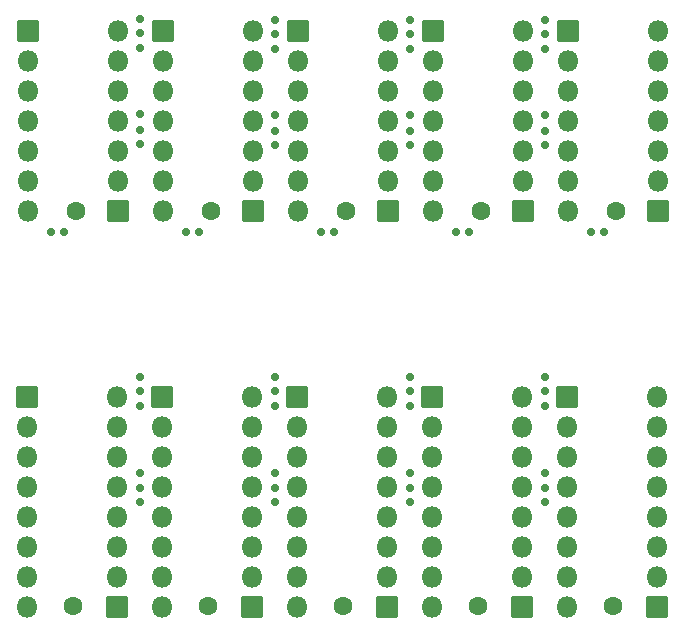
<source format=gbs>
G04 #@! TF.GenerationSoftware,KiCad,Pcbnew,7.0.9*
G04 #@! TF.CreationDate,2023-12-28T16:33:31-08:00*
G04 #@! TF.ProjectId,soic breakouts,736f6963-2062-4726-9561-6b6f7574732e,rev?*
G04 #@! TF.SameCoordinates,Original*
G04 #@! TF.FileFunction,Soldermask,Bot*
G04 #@! TF.FilePolarity,Negative*
%FSLAX46Y46*%
G04 Gerber Fmt 4.6, Leading zero omitted, Abs format (unit mm)*
G04 Created by KiCad (PCBNEW 7.0.9) date 2023-12-28 16:33:31*
%MOMM*%
%LPD*%
G01*
G04 APERTURE LIST*
G04 Aperture macros list*
%AMRoundRect*
0 Rectangle with rounded corners*
0 $1 Rounding radius*
0 $2 $3 $4 $5 $6 $7 $8 $9 X,Y pos of 4 corners*
0 Add a 4 corners polygon primitive as box body*
4,1,4,$2,$3,$4,$5,$6,$7,$8,$9,$2,$3,0*
0 Add four circle primitives for the rounded corners*
1,1,$1+$1,$2,$3*
1,1,$1+$1,$4,$5*
1,1,$1+$1,$6,$7*
1,1,$1+$1,$8,$9*
0 Add four rect primitives between the rounded corners*
20,1,$1+$1,$2,$3,$4,$5,0*
20,1,$1+$1,$4,$5,$6,$7,0*
20,1,$1+$1,$6,$7,$8,$9,0*
20,1,$1+$1,$8,$9,$2,$3,0*%
G04 Aperture macros list end*
%ADD10C,0.700000*%
%ADD11RoundRect,0.050000X0.850000X0.850000X-0.850000X0.850000X-0.850000X-0.850000X0.850000X-0.850000X0*%
%ADD12O,1.800000X1.800000*%
%ADD13C,1.600000*%
%ADD14RoundRect,0.050000X-0.850000X-0.850000X0.850000X-0.850000X0.850000X0.850000X-0.850000X0.850000X0*%
G04 APERTURE END LIST*
D10*
X140335000Y-58928000D03*
X139217400Y-58928000D03*
X128905000Y-58928000D03*
X127787400Y-58928000D03*
X117475000Y-58928000D03*
X116357400Y-58928000D03*
X106045000Y-58928000D03*
X104927400Y-58928000D03*
X94615000Y-58928000D03*
X93497400Y-58928000D03*
X135382000Y-80594200D03*
X135356600Y-72390000D03*
X135356600Y-73660000D03*
X135382000Y-79273400D03*
X135356600Y-71196200D03*
X135382000Y-81762600D03*
X123926600Y-80594200D03*
X123901200Y-72390000D03*
X123901200Y-73660000D03*
X123926600Y-79273400D03*
X123901200Y-71196200D03*
X123926600Y-81762600D03*
X112471200Y-71196200D03*
X112496600Y-80594200D03*
X112471200Y-72390000D03*
X112471200Y-73660000D03*
X112496600Y-79273400D03*
X112496600Y-81762600D03*
X101066600Y-79273400D03*
X101041200Y-73660000D03*
X101066600Y-81762600D03*
X101041200Y-71196200D03*
X101041200Y-72390000D03*
X101066600Y-80594200D03*
D11*
X144830800Y-90678000D03*
D12*
X144830800Y-88138000D03*
X144830800Y-85598000D03*
X144830800Y-83058000D03*
X144830800Y-80518000D03*
X144830800Y-77978000D03*
X144830800Y-75438000D03*
X144830800Y-72898000D03*
D13*
X141097000Y-90601800D03*
D14*
X137210800Y-72898000D03*
D12*
X137210800Y-75438000D03*
X137210800Y-77978000D03*
X137210800Y-80518000D03*
X137210800Y-83058000D03*
X137210800Y-85598000D03*
X137210800Y-88138000D03*
X137210800Y-90678000D03*
D11*
X133400800Y-90678000D03*
D12*
X133400800Y-88138000D03*
X133400800Y-85598000D03*
X133400800Y-83058000D03*
X133400800Y-80518000D03*
X133400800Y-77978000D03*
X133400800Y-75438000D03*
X133400800Y-72898000D03*
D13*
X129667000Y-90601800D03*
D14*
X125780800Y-72898000D03*
D12*
X125780800Y-75438000D03*
X125780800Y-77978000D03*
X125780800Y-80518000D03*
X125780800Y-83058000D03*
X125780800Y-85598000D03*
X125780800Y-88138000D03*
X125780800Y-90678000D03*
X114350800Y-90678000D03*
X114350800Y-88138000D03*
X114350800Y-85598000D03*
X114350800Y-83058000D03*
X114350800Y-80518000D03*
X114350800Y-77978000D03*
X114350800Y-75438000D03*
D14*
X114350800Y-72898000D03*
D13*
X118237000Y-90601800D03*
D12*
X121970800Y-72898000D03*
X121970800Y-75438000D03*
X121970800Y-77978000D03*
X121970800Y-80518000D03*
X121970800Y-83058000D03*
X121970800Y-85598000D03*
X121970800Y-88138000D03*
D11*
X121970800Y-90678000D03*
D14*
X102920800Y-72898000D03*
D12*
X102920800Y-75438000D03*
X102920800Y-77978000D03*
X102920800Y-80518000D03*
X102920800Y-83058000D03*
X102920800Y-85598000D03*
X102920800Y-88138000D03*
X102920800Y-90678000D03*
D13*
X106807000Y-90601800D03*
D11*
X110540800Y-90678000D03*
D12*
X110540800Y-88138000D03*
X110540800Y-85598000D03*
X110540800Y-83058000D03*
X110540800Y-80518000D03*
X110540800Y-77978000D03*
X110540800Y-75438000D03*
X110540800Y-72898000D03*
D13*
X95377000Y-90601800D03*
D12*
X91490800Y-90678000D03*
X91490800Y-88138000D03*
X91490800Y-85598000D03*
X91490800Y-83058000D03*
X91490800Y-80518000D03*
X91490800Y-77978000D03*
X91490800Y-75438000D03*
D14*
X91490800Y-72898000D03*
D12*
X99110800Y-72898000D03*
X99110800Y-75438000D03*
X99110800Y-77978000D03*
X99110800Y-80518000D03*
X99110800Y-83058000D03*
X99110800Y-85598000D03*
X99110800Y-88138000D03*
D11*
X99110800Y-90678000D03*
D10*
X101066600Y-48945800D03*
X101041200Y-43332400D03*
X101041200Y-40868600D03*
X101041200Y-42062400D03*
X101066600Y-51435000D03*
X101066600Y-50266600D03*
D13*
X95605600Y-57150000D03*
D14*
X91592400Y-41854200D03*
D12*
X91592400Y-44394200D03*
X91592400Y-46934200D03*
X91592400Y-49474200D03*
X91592400Y-52014200D03*
X91592400Y-54554200D03*
X91592400Y-57094200D03*
X99212400Y-41859200D03*
X99212400Y-44399200D03*
X99212400Y-46939200D03*
X99212400Y-49479200D03*
X99212400Y-52019200D03*
X99212400Y-54559200D03*
D11*
X99212400Y-57099200D03*
D10*
X123926600Y-49022000D03*
X123901200Y-43408600D03*
X123901200Y-40944800D03*
X123901200Y-42138600D03*
X123926600Y-51511200D03*
X123926600Y-50342800D03*
X135382000Y-49022000D03*
D14*
X137312400Y-41854200D03*
D12*
X137312400Y-44394200D03*
X137312400Y-46934200D03*
X137312400Y-49474200D03*
X137312400Y-52014200D03*
X137312400Y-54554200D03*
X137312400Y-57094200D03*
X144932400Y-41859200D03*
X144932400Y-44399200D03*
X144932400Y-46939200D03*
X144932400Y-49479200D03*
X144932400Y-52019200D03*
X144932400Y-54559200D03*
D11*
X144932400Y-57099200D03*
D13*
X141325600Y-57150000D03*
X129895600Y-57150000D03*
D14*
X125882400Y-41854200D03*
D12*
X125882400Y-44394200D03*
X125882400Y-46934200D03*
X125882400Y-49474200D03*
X125882400Y-52014200D03*
X125882400Y-54554200D03*
X125882400Y-57094200D03*
X133502400Y-41859200D03*
X133502400Y-44399200D03*
X133502400Y-46939200D03*
X133502400Y-49479200D03*
X133502400Y-52019200D03*
X133502400Y-54559200D03*
D11*
X133502400Y-57099200D03*
D10*
X135356600Y-43408600D03*
X135356600Y-40944800D03*
X135356600Y-42138600D03*
X135382000Y-51511200D03*
X135382000Y-50342800D03*
X112496600Y-40944800D03*
X112496600Y-43408600D03*
X112496600Y-42138600D03*
X112522000Y-51511200D03*
X112522000Y-50342800D03*
X112522000Y-49022000D03*
D13*
X118465600Y-57150000D03*
D14*
X114452400Y-41854200D03*
D12*
X114452400Y-44394200D03*
X114452400Y-46934200D03*
X114452400Y-49474200D03*
X114452400Y-52014200D03*
X114452400Y-54554200D03*
X114452400Y-57094200D03*
X122072400Y-41859200D03*
X122072400Y-44399200D03*
X122072400Y-46939200D03*
X122072400Y-49479200D03*
X122072400Y-52019200D03*
X122072400Y-54559200D03*
D11*
X122072400Y-57099200D03*
D13*
X107035600Y-57150000D03*
D12*
X110642400Y-41859200D03*
X110642400Y-44399200D03*
X110642400Y-46939200D03*
X110642400Y-49479200D03*
X110642400Y-52019200D03*
X110642400Y-54559200D03*
D11*
X110642400Y-57099200D03*
D14*
X103022400Y-41854200D03*
D12*
X103022400Y-44394200D03*
X103022400Y-46934200D03*
X103022400Y-49474200D03*
X103022400Y-52014200D03*
X103022400Y-54554200D03*
X103022400Y-57094200D03*
M02*

</source>
